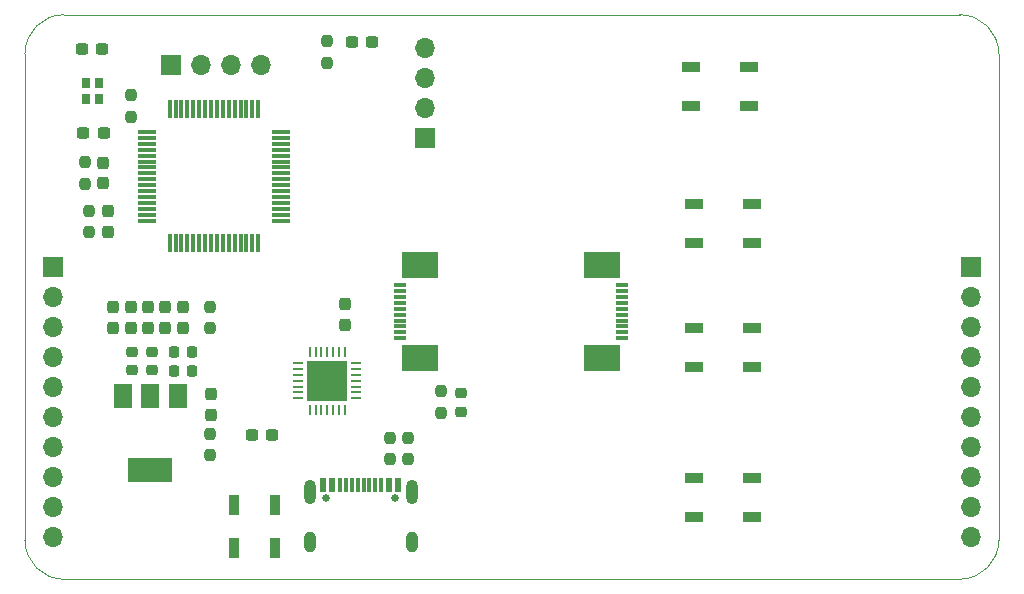
<source format=gts>
%TF.GenerationSoftware,KiCad,Pcbnew,7.0.2-0*%
%TF.CreationDate,2024-05-28T17:42:11+08:00*%
%TF.ProjectId,angle_detect,616e676c-655f-4646-9574-6563742e6b69,rev?*%
%TF.SameCoordinates,Original*%
%TF.FileFunction,Soldermask,Top*%
%TF.FilePolarity,Negative*%
%FSLAX46Y46*%
G04 Gerber Fmt 4.6, Leading zero omitted, Abs format (unit mm)*
G04 Created by KiCad (PCBNEW 7.0.2-0) date 2024-05-28 17:42:11*
%MOMM*%
%LPD*%
G01*
G04 APERTURE LIST*
G04 Aperture macros list*
%AMRoundRect*
0 Rectangle with rounded corners*
0 $1 Rounding radius*
0 $2 $3 $4 $5 $6 $7 $8 $9 X,Y pos of 4 corners*
0 Add a 4 corners polygon primitive as box body*
4,1,4,$2,$3,$4,$5,$6,$7,$8,$9,$2,$3,0*
0 Add four circle primitives for the rounded corners*
1,1,$1+$1,$2,$3*
1,1,$1+$1,$4,$5*
1,1,$1+$1,$6,$7*
1,1,$1+$1,$8,$9*
0 Add four rect primitives between the rounded corners*
20,1,$1+$1,$2,$3,$4,$5,0*
20,1,$1+$1,$4,$5,$6,$7,0*
20,1,$1+$1,$6,$7,$8,$9,0*
20,1,$1+$1,$8,$9,$2,$3,0*%
G04 Aperture macros list end*
%ADD10R,0.800000X0.900000*%
%ADD11RoundRect,0.237500X-0.237500X0.250000X-0.237500X-0.250000X0.237500X-0.250000X0.237500X0.250000X0*%
%ADD12R,1.700000X1.700000*%
%ADD13O,1.700000X1.700000*%
%ADD14RoundRect,0.225000X0.225000X0.250000X-0.225000X0.250000X-0.225000X-0.250000X0.225000X-0.250000X0*%
%ADD15RoundRect,0.062500X0.062500X-0.337500X0.062500X0.337500X-0.062500X0.337500X-0.062500X-0.337500X0*%
%ADD16RoundRect,0.062500X0.337500X-0.062500X0.337500X0.062500X-0.337500X0.062500X-0.337500X-0.062500X0*%
%ADD17R,3.350000X3.350000*%
%ADD18RoundRect,0.237500X-0.237500X0.300000X-0.237500X-0.300000X0.237500X-0.300000X0.237500X0.300000X0*%
%ADD19R,1.100000X0.300000*%
%ADD20R,3.100000X2.300000*%
%ADD21RoundRect,0.218750X-0.256250X0.218750X-0.256250X-0.218750X0.256250X-0.218750X0.256250X0.218750X0*%
%ADD22RoundRect,0.225000X0.250000X-0.225000X0.250000X0.225000X-0.250000X0.225000X-0.250000X-0.225000X0*%
%ADD23RoundRect,0.075000X-0.700000X-0.075000X0.700000X-0.075000X0.700000X0.075000X-0.700000X0.075000X0*%
%ADD24RoundRect,0.075000X-0.075000X-0.700000X0.075000X-0.700000X0.075000X0.700000X-0.075000X0.700000X0*%
%ADD25RoundRect,0.237500X0.300000X0.237500X-0.300000X0.237500X-0.300000X-0.237500X0.300000X-0.237500X0*%
%ADD26C,0.650000*%
%ADD27R,0.600000X1.240000*%
%ADD28R,0.300000X1.240000*%
%ADD29O,1.000000X2.100000*%
%ADD30O,1.000000X1.800000*%
%ADD31RoundRect,0.237500X0.237500X-0.250000X0.237500X0.250000X-0.237500X0.250000X-0.237500X-0.250000X0*%
%ADD32RoundRect,0.237500X-0.300000X-0.237500X0.300000X-0.237500X0.300000X0.237500X-0.300000X0.237500X0*%
%ADD33R,1.500000X2.000000*%
%ADD34R,3.800000X2.000000*%
%ADD35RoundRect,0.237500X0.237500X-0.300000X0.237500X0.300000X-0.237500X0.300000X-0.237500X-0.300000X0*%
%ADD36R,1.500000X0.900000*%
%ADD37R,0.900000X1.700000*%
%ADD38RoundRect,0.237500X0.237500X-0.287500X0.237500X0.287500X-0.237500X0.287500X-0.237500X-0.287500X0*%
%TA.AperFunction,Profile*%
%ADD39C,0.100000*%
%TD*%
G04 APERTURE END LIST*
D10*
%TO.C,Y2*%
X62889800Y-50734000D03*
X62889800Y-52134000D03*
X63989800Y-52134000D03*
X63989800Y-50734000D03*
%TD*%
D11*
%TO.C,R2*%
X90170000Y-80772000D03*
X90170000Y-82597000D03*
%TD*%
D12*
%TO.C,J2*%
X137795000Y-66324000D03*
D13*
X137795000Y-68864000D03*
X137795000Y-71404000D03*
X137795000Y-73944000D03*
X137795000Y-76484000D03*
X137795000Y-79024000D03*
X137795000Y-81564000D03*
X137795000Y-84104000D03*
X137795000Y-86644000D03*
X137795000Y-89184000D03*
%TD*%
D11*
%TO.C,R8*%
X73380600Y-69700300D03*
X73380600Y-71525300D03*
%TD*%
D14*
%TO.C,C4*%
X71882600Y-73558400D03*
X70332600Y-73558400D03*
%TD*%
%TO.C,C3*%
X71882000Y-75107800D03*
X70332000Y-75107800D03*
%TD*%
D11*
%TO.C,R6*%
X66649600Y-51765200D03*
X66649600Y-53590200D03*
%TD*%
D13*
%TO.C,J4*%
X91567000Y-47752000D03*
X91567000Y-50292000D03*
X91567000Y-52832000D03*
D12*
X91567000Y-55372000D03*
%TD*%
D15*
%TO.C,U3*%
X81812000Y-78396000D03*
X82312000Y-78396000D03*
X82812000Y-78396000D03*
X83312000Y-78396000D03*
X83812000Y-78396000D03*
X84312000Y-78396000D03*
X84812000Y-78396000D03*
D16*
X85762000Y-77446000D03*
X85762000Y-76946000D03*
X85762000Y-76446000D03*
X85762000Y-75946000D03*
X85762000Y-75446000D03*
X85762000Y-74946000D03*
X85762000Y-74446000D03*
D15*
X84812000Y-73496000D03*
X84312000Y-73496000D03*
X83812000Y-73496000D03*
X83312000Y-73496000D03*
X82812000Y-73496000D03*
X82312000Y-73496000D03*
X81812000Y-73496000D03*
D16*
X80862000Y-74446000D03*
X80862000Y-74946000D03*
X80862000Y-75446000D03*
X80862000Y-75946000D03*
X80862000Y-76446000D03*
X80862000Y-76946000D03*
X80862000Y-77446000D03*
D17*
X83312000Y-75946000D03*
%TD*%
D18*
%TO.C,C12*%
X69596000Y-69749500D03*
X69596000Y-71474500D03*
%TD*%
D19*
%TO.C,J6*%
X89419000Y-72354000D03*
X89419000Y-71854000D03*
X89419000Y-71354000D03*
X89419000Y-70854000D03*
X89419000Y-70354000D03*
X89419000Y-69854000D03*
X89419000Y-69354000D03*
X89419000Y-68854000D03*
X89419000Y-68354000D03*
X89419000Y-67854000D03*
D20*
X91119000Y-74024000D03*
X91119000Y-66184000D03*
%TD*%
D21*
%TO.C,power_led1*%
X94640400Y-76987300D03*
X94640400Y-78562300D03*
%TD*%
D22*
%TO.C,C6*%
X66776600Y-75032200D03*
X66776600Y-73482200D03*
%TD*%
D11*
%TO.C,R7*%
X73355200Y-80445600D03*
X73355200Y-82270600D03*
%TD*%
D23*
%TO.C,U1*%
X68035800Y-54898600D03*
X68035800Y-55398600D03*
X68035800Y-55898600D03*
X68035800Y-56398600D03*
X68035800Y-56898600D03*
X68035800Y-57398600D03*
X68035800Y-57898600D03*
X68035800Y-58398600D03*
X68035800Y-58898600D03*
X68035800Y-59398600D03*
X68035800Y-59898600D03*
X68035800Y-60398600D03*
X68035800Y-60898600D03*
X68035800Y-61398600D03*
X68035800Y-61898600D03*
X68035800Y-62398600D03*
D24*
X69960800Y-64323600D03*
X70460800Y-64323600D03*
X70960800Y-64323600D03*
X71460800Y-64323600D03*
X71960800Y-64323600D03*
X72460800Y-64323600D03*
X72960800Y-64323600D03*
X73460800Y-64323600D03*
X73960800Y-64323600D03*
X74460800Y-64323600D03*
X74960800Y-64323600D03*
X75460800Y-64323600D03*
X75960800Y-64323600D03*
X76460800Y-64323600D03*
X76960800Y-64323600D03*
X77460800Y-64323600D03*
D23*
X79385800Y-62398600D03*
X79385800Y-61898600D03*
X79385800Y-61398600D03*
X79385800Y-60898600D03*
X79385800Y-60398600D03*
X79385800Y-59898600D03*
X79385800Y-59398600D03*
X79385800Y-58898600D03*
X79385800Y-58398600D03*
X79385800Y-57898600D03*
X79385800Y-57398600D03*
X79385800Y-56898600D03*
X79385800Y-56398600D03*
X79385800Y-55898600D03*
X79385800Y-55398600D03*
X79385800Y-54898600D03*
D24*
X77460800Y-52973600D03*
X76960800Y-52973600D03*
X76460800Y-52973600D03*
X75960800Y-52973600D03*
X75460800Y-52973600D03*
X74960800Y-52973600D03*
X74460800Y-52973600D03*
X73960800Y-52973600D03*
X73460800Y-52973600D03*
X72960800Y-52973600D03*
X72460800Y-52973600D03*
X71960800Y-52973600D03*
X71460800Y-52973600D03*
X70960800Y-52973600D03*
X70460800Y-52973600D03*
X69960800Y-52973600D03*
%TD*%
D25*
%TO.C,C7*%
X64268600Y-47851600D03*
X62543600Y-47851600D03*
%TD*%
D18*
%TO.C,C2*%
X84836000Y-69495500D03*
X84836000Y-71220500D03*
%TD*%
%TO.C,C14*%
X64338200Y-57482400D03*
X64338200Y-59207400D03*
%TD*%
D26*
%TO.C,J3*%
X83236000Y-85893400D03*
X89016000Y-85893400D03*
D27*
X82926000Y-84773400D03*
X83726000Y-84773400D03*
D28*
X84876000Y-84773400D03*
X85876000Y-84773400D03*
X86376000Y-84773400D03*
X87376000Y-84773400D03*
D27*
X88526000Y-84773400D03*
X89326000Y-84773400D03*
X89326000Y-84773400D03*
X88526000Y-84773400D03*
D28*
X87876000Y-84773400D03*
X86876000Y-84773400D03*
X85376000Y-84773400D03*
X84376000Y-84773400D03*
D27*
X83726000Y-84773400D03*
X82926000Y-84773400D03*
D29*
X81806000Y-85373400D03*
D30*
X81806000Y-89573400D03*
D29*
X90446000Y-85373400D03*
D30*
X90446000Y-89573400D03*
%TD*%
D12*
%TO.C,J5*%
X70104000Y-49199800D03*
D13*
X72644000Y-49199800D03*
X75184000Y-49199800D03*
X77724000Y-49199800D03*
%TD*%
D11*
%TO.C,R1*%
X88646000Y-80772000D03*
X88646000Y-82597000D03*
%TD*%
D31*
%TO.C,R5*%
X62814200Y-59254400D03*
X62814200Y-57429400D03*
%TD*%
D32*
%TO.C,C8*%
X62643000Y-55014400D03*
X64368000Y-55014400D03*
%TD*%
D12*
%TO.C,J1*%
X60071000Y-66324000D03*
D13*
X60071000Y-68864000D03*
X60071000Y-71404000D03*
X60071000Y-73944000D03*
X60071000Y-76484000D03*
X60071000Y-79024000D03*
X60071000Y-81564000D03*
X60071000Y-84104000D03*
X60071000Y-86644000D03*
X60071000Y-89184000D03*
%TD*%
D33*
%TO.C,U4*%
X70626000Y-77215200D03*
X68326000Y-77215200D03*
D34*
X68326000Y-83515200D03*
D33*
X66026000Y-77215200D03*
%TD*%
D19*
%TO.C,J8*%
X108284000Y-67854000D03*
X108284000Y-68354000D03*
X108284000Y-68854000D03*
X108284000Y-69354000D03*
X108284000Y-69854000D03*
X108284000Y-70354000D03*
X108284000Y-70854000D03*
X108284000Y-71354000D03*
X108284000Y-71854000D03*
X108284000Y-72354000D03*
D20*
X106584000Y-66184000D03*
X106584000Y-74024000D03*
%TD*%
D11*
%TO.C,R4*%
X83286600Y-47222400D03*
X83286600Y-49047400D03*
%TD*%
D31*
%TO.C,R9*%
X63144400Y-63396500D03*
X63144400Y-61571500D03*
%TD*%
D18*
%TO.C,C11*%
X68122800Y-69747300D03*
X68122800Y-71472300D03*
%TD*%
D35*
%TO.C,C15*%
X64770000Y-63346500D03*
X64770000Y-61621500D03*
%TD*%
D36*
%TO.C,D3*%
X119290000Y-74802000D03*
X119290000Y-71502000D03*
X114390000Y-71502000D03*
X114390000Y-74802000D03*
%TD*%
D37*
%TO.C,SW2*%
X75439800Y-86512400D03*
X78839800Y-86512400D03*
%TD*%
D32*
%TO.C,user_led1*%
X85395900Y-47269400D03*
X87120900Y-47269400D03*
%TD*%
D18*
%TO.C,C10*%
X66649600Y-69748400D03*
X66649600Y-71473400D03*
%TD*%
D11*
%TO.C,R3*%
X92938600Y-76862300D03*
X92938600Y-78687300D03*
%TD*%
D36*
%TO.C,D4*%
X119290000Y-87502000D03*
X119290000Y-84202000D03*
X114390000Y-84202000D03*
X114390000Y-87502000D03*
%TD*%
D32*
%TO.C,C1*%
X76911200Y-80568800D03*
X78636200Y-80568800D03*
%TD*%
D36*
%TO.C,D2*%
X119290000Y-64286400D03*
X119290000Y-60986400D03*
X114390000Y-60986400D03*
X114390000Y-64286400D03*
%TD*%
D18*
%TO.C,C9*%
X65176400Y-69748400D03*
X65176400Y-71473400D03*
%TD*%
D22*
%TO.C,C5*%
X68453000Y-75083000D03*
X68453000Y-73533000D03*
%TD*%
D38*
%TO.C,D5*%
X73431400Y-78827600D03*
X73431400Y-77077600D03*
%TD*%
D18*
%TO.C,C13*%
X71069200Y-69747300D03*
X71069200Y-71472300D03*
%TD*%
D36*
%TO.C,D1*%
X119036000Y-52704000D03*
X119036000Y-49404000D03*
X114136000Y-49404000D03*
X114136000Y-52704000D03*
%TD*%
D37*
%TO.C,SW1*%
X75439800Y-90093800D03*
X78839800Y-90093800D03*
%TD*%
D39*
X140157200Y-48260000D02*
G75*
G03*
X136855200Y-44958000I-3302000J0D01*
G01*
X57708800Y-48260000D02*
X57708800Y-89458800D01*
X61010800Y-44958000D02*
G75*
G03*
X57708800Y-48260000I0J-3302000D01*
G01*
X136855200Y-44958000D02*
X61010800Y-44958000D01*
X140157200Y-48260000D02*
X140157200Y-89458800D01*
X57708800Y-89458800D02*
G75*
G03*
X61010800Y-92760800I3302000J0D01*
G01*
X61010800Y-92760800D02*
X136855200Y-92760800D01*
X136855200Y-92760800D02*
G75*
G03*
X140157200Y-89458800I0J3302000D01*
G01*
M02*

</source>
